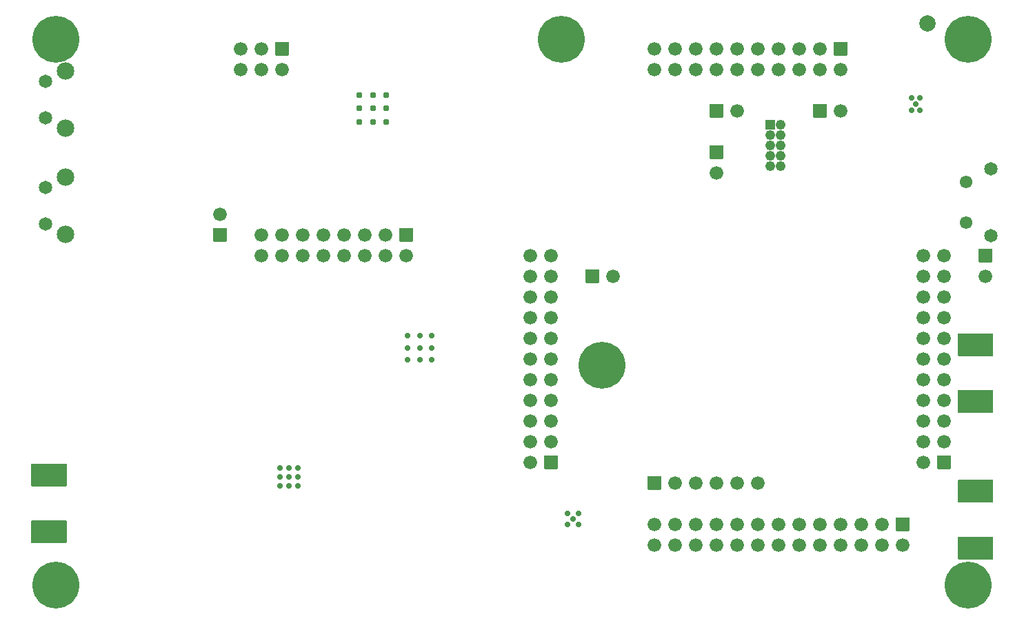
<source format=gbs>
G04 #@! TF.GenerationSoftware,KiCad,Pcbnew,5.1.9*
G04 #@! TF.CreationDate,2021-03-19T18:57:38-06:00*
G04 #@! TF.ProjectId,hackrf-one,6861636b-7266-42d6-9f6e-652e6b696361,r6*
G04 #@! TF.SameCoordinates,Original*
G04 #@! TF.FileFunction,Soldermask,Bot*
G04 #@! TF.FilePolarity,Negative*
%FSLAX46Y46*%
G04 Gerber Fmt 4.6, Leading zero omitted, Abs format (unit mm)*
G04 Created by KiCad (PCBNEW 5.1.9) date 2021-03-19 18:57:38*
%MOMM*%
%LPD*%
G01*
G04 APERTURE LIST*
%ADD10C,1.676400*%
%ADD11C,0.742240*%
%ADD12C,2.000000*%
%ADD13C,1.652400*%
%ADD14C,1.552400*%
%ADD15C,5.752400*%
%ADD16C,0.752400*%
%ADD17C,1.219200*%
%ADD18C,2.152400*%
%ADD19C,0.737400*%
%ADD20C,0.736600*%
%ADD21C,0.777240*%
G04 APERTURE END LIST*
G04 #@! TO.C,NT3*
G36*
G01*
X84892000Y-128848200D02*
X83368000Y-128848200D01*
G75*
G02*
X83291800Y-128772000I0J76200D01*
G01*
X83291800Y-127248000D01*
G75*
G02*
X83368000Y-127171800I76200J0D01*
G01*
X84892000Y-127171800D01*
G75*
G02*
X84968200Y-127248000I0J-76200D01*
G01*
X84968200Y-128772000D01*
G75*
G02*
X84892000Y-128848200I-76200J0D01*
G01*
G37*
D10*
X84130000Y-125470000D03*
G04 #@! TD*
G04 #@! TO.C,NT2*
G36*
G01*
X156951800Y-113532000D02*
X156951800Y-112008000D01*
G75*
G02*
X157028000Y-111931800I76200J0D01*
G01*
X158552000Y-111931800D01*
G75*
G02*
X158628200Y-112008000I0J-76200D01*
G01*
X158628200Y-113532000D01*
G75*
G02*
X158552000Y-113608200I-76200J0D01*
G01*
X157028000Y-113608200D01*
G75*
G02*
X156951800Y-113532000I0J76200D01*
G01*
G37*
X160330000Y-112770000D03*
G04 #@! TD*
G04 #@! TO.C,NT1*
G36*
G01*
X144251800Y-113532000D02*
X144251800Y-112008000D01*
G75*
G02*
X144328000Y-111931800I76200J0D01*
G01*
X145852000Y-111931800D01*
G75*
G02*
X145928200Y-112008000I0J-76200D01*
G01*
X145928200Y-113532000D01*
G75*
G02*
X145852000Y-113608200I-76200J0D01*
G01*
X144328000Y-113608200D01*
G75*
G02*
X144251800Y-113532000I0J76200D01*
G01*
G37*
X147630000Y-112770000D03*
G04 #@! TD*
D11*
G04 #@! TO.C,U19*
X127469200Y-162926000D03*
X126809200Y-163586000D03*
X126809200Y-162266000D03*
X128129200Y-162266000D03*
X128129200Y-163586000D03*
G04 #@! TD*
D12*
G04 #@! TO.C,MARK1MM*
X171000000Y-102000000D03*
G04 #@! TD*
D13*
G04 #@! TO.C,J1*
X178800000Y-128125000D03*
X178800000Y-119875000D03*
D14*
X175770000Y-126490000D03*
X175770000Y-121510000D03*
G04 #@! TD*
D15*
G04 #@! TO.C,J4*
X64000000Y-104000000D03*
D16*
X64000000Y-101800000D03*
X61800000Y-104000000D03*
X64000000Y-106200000D03*
X66200000Y-104000000D03*
X65550000Y-102450000D03*
X62450000Y-102450000D03*
X62450000Y-105550000D03*
X65550000Y-105550000D03*
G04 #@! TD*
D15*
G04 #@! TO.C,J5*
X64000000Y-171000000D03*
D16*
X64000000Y-168800000D03*
X61800000Y-171000000D03*
X64000000Y-173200000D03*
X66200000Y-171000000D03*
X65550000Y-169450000D03*
X62450000Y-169450000D03*
X62450000Y-172550000D03*
X65550000Y-172550000D03*
G04 #@! TD*
D15*
G04 #@! TO.C,J6*
X176000000Y-171000000D03*
D16*
X176000000Y-168800000D03*
X173800000Y-171000000D03*
X176000000Y-173200000D03*
X178200000Y-171000000D03*
X177550000Y-169450000D03*
X174450000Y-169450000D03*
X174450000Y-172550000D03*
X177550000Y-172550000D03*
G04 #@! TD*
D15*
G04 #@! TO.C,J7*
X176000000Y-104000000D03*
D16*
X176000000Y-101800000D03*
X173800000Y-104000000D03*
X176000000Y-106200000D03*
X178200000Y-104000000D03*
X177550000Y-102450000D03*
X174450000Y-102450000D03*
X174450000Y-105550000D03*
X177550000Y-105550000D03*
G04 #@! TD*
D15*
G04 #@! TO.C,J8*
X126000000Y-104000000D03*
D16*
X126000000Y-101800000D03*
X123800000Y-104000000D03*
X126000000Y-106200000D03*
X128200000Y-104000000D03*
X127550000Y-102450000D03*
X124450000Y-102450000D03*
X124450000Y-105550000D03*
X127550000Y-105550000D03*
G04 #@! TD*
D15*
G04 #@! TO.C,J9*
X131000000Y-144000000D03*
D16*
X131000000Y-141800000D03*
X128800000Y-144000000D03*
X131000000Y-146200000D03*
X133200000Y-144000000D03*
X132550000Y-142450000D03*
X129450000Y-142450000D03*
X129450000Y-145550000D03*
X132550000Y-145550000D03*
G04 #@! TD*
G04 #@! TO.C,P2*
G36*
G01*
X179056200Y-147160000D02*
X179056200Y-149825000D01*
G75*
G02*
X178980000Y-149901200I-76200J0D01*
G01*
X174790000Y-149901200D01*
G75*
G02*
X174713800Y-149825000I0J76200D01*
G01*
X174713800Y-147160000D01*
G75*
G02*
X174790000Y-147083800I76200J0D01*
G01*
X178980000Y-147083800D01*
G75*
G02*
X179056200Y-147160000I0J-76200D01*
G01*
G37*
G36*
G01*
X179056200Y-140175000D02*
X179056200Y-142840000D01*
G75*
G02*
X178980000Y-142916200I-76200J0D01*
G01*
X174790000Y-142916200D01*
G75*
G02*
X174713800Y-142840000I0J76200D01*
G01*
X174713800Y-140175000D01*
G75*
G02*
X174790000Y-140098800I76200J0D01*
G01*
X178980000Y-140098800D01*
G75*
G02*
X179056200Y-140175000I0J-76200D01*
G01*
G37*
G04 #@! TD*
G04 #@! TO.C,P3*
G36*
G01*
X144328000Y-117011800D02*
X145852000Y-117011800D01*
G75*
G02*
X145928200Y-117088000I0J-76200D01*
G01*
X145928200Y-118612000D01*
G75*
G02*
X145852000Y-118688200I-76200J0D01*
G01*
X144328000Y-118688200D01*
G75*
G02*
X144251800Y-118612000I0J76200D01*
G01*
X144251800Y-117088000D01*
G75*
G02*
X144328000Y-117011800I76200J0D01*
G01*
G37*
D10*
X145090000Y-120390000D03*
G04 #@! TD*
G04 #@! TO.C,P4*
G36*
G01*
X60943800Y-158840000D02*
X60943800Y-156175000D01*
G75*
G02*
X61020000Y-156098800I76200J0D01*
G01*
X65210000Y-156098800D01*
G75*
G02*
X65286200Y-156175000I0J-76200D01*
G01*
X65286200Y-158840000D01*
G75*
G02*
X65210000Y-158916200I-76200J0D01*
G01*
X61020000Y-158916200D01*
G75*
G02*
X60943800Y-158840000I0J76200D01*
G01*
G37*
G36*
G01*
X60943800Y-165825000D02*
X60943800Y-163160000D01*
G75*
G02*
X61020000Y-163083800I76200J0D01*
G01*
X65210000Y-163083800D01*
G75*
G02*
X65286200Y-163160000I0J-76200D01*
G01*
X65286200Y-165825000D01*
G75*
G02*
X65210000Y-165901200I-76200J0D01*
G01*
X61020000Y-165901200D01*
G75*
G02*
X60943800Y-165825000I0J76200D01*
G01*
G37*
G04 #@! TD*
G04 #@! TO.C,P5*
G36*
G01*
X92588200Y-104388000D02*
X92588200Y-105912000D01*
G75*
G02*
X92512000Y-105988200I-76200J0D01*
G01*
X90988000Y-105988200D01*
G75*
G02*
X90911800Y-105912000I0J76200D01*
G01*
X90911800Y-104388000D01*
G75*
G02*
X90988000Y-104311800I76200J0D01*
G01*
X92512000Y-104311800D01*
G75*
G02*
X92588200Y-104388000I0J-76200D01*
G01*
G37*
X91750000Y-107690000D03*
X89210000Y-105150000D03*
X89210000Y-107690000D03*
X86670000Y-105150000D03*
X86670000Y-107690000D03*
G04 #@! TD*
G04 #@! TO.C,P9*
G36*
G01*
X107828200Y-127248000D02*
X107828200Y-128772000D01*
G75*
G02*
X107752000Y-128848200I-76200J0D01*
G01*
X106228000Y-128848200D01*
G75*
G02*
X106151800Y-128772000I0J76200D01*
G01*
X106151800Y-127248000D01*
G75*
G02*
X106228000Y-127171800I76200J0D01*
G01*
X107752000Y-127171800D01*
G75*
G02*
X107828200Y-127248000I0J-76200D01*
G01*
G37*
X106990000Y-130550000D03*
X104450000Y-128010000D03*
X104450000Y-130550000D03*
X101910000Y-128010000D03*
X101910000Y-130550000D03*
X99370000Y-128010000D03*
X99370000Y-130550000D03*
X96830000Y-128010000D03*
X96830000Y-130550000D03*
X94290000Y-128010000D03*
X94290000Y-130550000D03*
X91750000Y-128010000D03*
X91750000Y-130550000D03*
X89210000Y-128010000D03*
X89210000Y-130550000D03*
G04 #@! TD*
G04 #@! TO.C,P16*
G36*
G01*
X179056200Y-165160000D02*
X179056200Y-167825000D01*
G75*
G02*
X178980000Y-167901200I-76200J0D01*
G01*
X174790000Y-167901200D01*
G75*
G02*
X174713800Y-167825000I0J76200D01*
G01*
X174713800Y-165160000D01*
G75*
G02*
X174790000Y-165083800I76200J0D01*
G01*
X178980000Y-165083800D01*
G75*
G02*
X179056200Y-165160000I0J-76200D01*
G01*
G37*
G36*
G01*
X179056200Y-158175000D02*
X179056200Y-160840000D01*
G75*
G02*
X178980000Y-160916200I-76200J0D01*
G01*
X174790000Y-160916200D01*
G75*
G02*
X174713800Y-160840000I0J76200D01*
G01*
X174713800Y-158175000D01*
G75*
G02*
X174790000Y-158098800I76200J0D01*
G01*
X178980000Y-158098800D01*
G75*
G02*
X179056200Y-158175000I0J-76200D01*
G01*
G37*
G04 #@! TD*
G04 #@! TO.C,P20*
G36*
G01*
X173792000Y-156788200D02*
X172268000Y-156788200D01*
G75*
G02*
X172191800Y-156712000I0J76200D01*
G01*
X172191800Y-155188000D01*
G75*
G02*
X172268000Y-155111800I76200J0D01*
G01*
X173792000Y-155111800D01*
G75*
G02*
X173868200Y-155188000I0J-76200D01*
G01*
X173868200Y-156712000D01*
G75*
G02*
X173792000Y-156788200I-76200J0D01*
G01*
G37*
X170490000Y-155950000D03*
X173030000Y-153410000D03*
X170490000Y-153410000D03*
X173030000Y-150870000D03*
X170490000Y-150870000D03*
X173030000Y-148330000D03*
X170490000Y-148330000D03*
X173030000Y-145790000D03*
X170490000Y-145790000D03*
X173030000Y-143250000D03*
X170490000Y-143250000D03*
X173030000Y-140710000D03*
X170490000Y-140710000D03*
X173030000Y-138170000D03*
X170490000Y-138170000D03*
X173030000Y-135630000D03*
X170490000Y-135630000D03*
X173030000Y-133090000D03*
X170490000Y-133090000D03*
X173030000Y-130550000D03*
X170490000Y-130550000D03*
G04 #@! TD*
G04 #@! TO.C,P22*
G36*
G01*
X168788200Y-162808000D02*
X168788200Y-164332000D01*
G75*
G02*
X168712000Y-164408200I-76200J0D01*
G01*
X167188000Y-164408200D01*
G75*
G02*
X167111800Y-164332000I0J76200D01*
G01*
X167111800Y-162808000D01*
G75*
G02*
X167188000Y-162731800I76200J0D01*
G01*
X168712000Y-162731800D01*
G75*
G02*
X168788200Y-162808000I0J-76200D01*
G01*
G37*
X167950000Y-166110000D03*
X165410000Y-163570000D03*
X165410000Y-166110000D03*
X162870000Y-163570000D03*
X162870000Y-166110000D03*
X160330000Y-163570000D03*
X160330000Y-166110000D03*
X157790000Y-163570000D03*
X157790000Y-166110000D03*
X155250000Y-163570000D03*
X155250000Y-166110000D03*
X152710000Y-163570000D03*
X152710000Y-166110000D03*
X150170000Y-163570000D03*
X150170000Y-166110000D03*
X147630000Y-163570000D03*
X147630000Y-166110000D03*
X145090000Y-163570000D03*
X145090000Y-166110000D03*
X142550000Y-163570000D03*
X142550000Y-166110000D03*
X140010000Y-163570000D03*
X140010000Y-166110000D03*
X137470000Y-163570000D03*
X137470000Y-166110000D03*
G04 #@! TD*
G04 #@! TO.C,P25*
G36*
G01*
X136631800Y-159252000D02*
X136631800Y-157728000D01*
G75*
G02*
X136708000Y-157651800I76200J0D01*
G01*
X138232000Y-157651800D01*
G75*
G02*
X138308200Y-157728000I0J-76200D01*
G01*
X138308200Y-159252000D01*
G75*
G02*
X138232000Y-159328200I-76200J0D01*
G01*
X136708000Y-159328200D01*
G75*
G02*
X136631800Y-159252000I0J76200D01*
G01*
G37*
X140010000Y-158490000D03*
X142550000Y-158490000D03*
X145090000Y-158490000D03*
X147630000Y-158490000D03*
X150170000Y-158490000D03*
G04 #@! TD*
G04 #@! TO.C,P26*
G36*
G01*
X151129200Y-113857000D02*
X152196000Y-113857000D01*
G75*
G02*
X152272200Y-113933200I0J-76200D01*
G01*
X152272200Y-115000000D01*
G75*
G02*
X152196000Y-115076200I-76200J0D01*
G01*
X151129200Y-115076200D01*
G75*
G02*
X151053000Y-115000000I0J76200D01*
G01*
X151053000Y-113933200D01*
G75*
G02*
X151129200Y-113857000I76200J0D01*
G01*
G37*
D17*
X152932600Y-114466600D03*
X151662600Y-115736600D03*
X152932600Y-115736600D03*
X151662600Y-117006600D03*
X152932600Y-117006600D03*
X151662600Y-118276600D03*
X152932600Y-118276600D03*
X151662600Y-119546600D03*
X152932600Y-119546600D03*
G04 #@! TD*
G04 #@! TO.C,P28*
G36*
G01*
X125532000Y-156788200D02*
X124008000Y-156788200D01*
G75*
G02*
X123931800Y-156712000I0J76200D01*
G01*
X123931800Y-155188000D01*
G75*
G02*
X124008000Y-155111800I76200J0D01*
G01*
X125532000Y-155111800D01*
G75*
G02*
X125608200Y-155188000I0J-76200D01*
G01*
X125608200Y-156712000D01*
G75*
G02*
X125532000Y-156788200I-76200J0D01*
G01*
G37*
D10*
X122230000Y-155950000D03*
X124770000Y-153410000D03*
X122230000Y-153410000D03*
X124770000Y-150870000D03*
X122230000Y-150870000D03*
X124770000Y-148330000D03*
X122230000Y-148330000D03*
X124770000Y-145790000D03*
X122230000Y-145790000D03*
X124770000Y-143250000D03*
X122230000Y-143250000D03*
X124770000Y-140710000D03*
X122230000Y-140710000D03*
X124770000Y-138170000D03*
X122230000Y-138170000D03*
X124770000Y-135630000D03*
X122230000Y-135630000D03*
X124770000Y-133090000D03*
X122230000Y-133090000D03*
X124770000Y-130550000D03*
X122230000Y-130550000D03*
G04 #@! TD*
G04 #@! TO.C,P29*
G36*
G01*
X129011800Y-133852000D02*
X129011800Y-132328000D01*
G75*
G02*
X129088000Y-132251800I76200J0D01*
G01*
X130612000Y-132251800D01*
G75*
G02*
X130688200Y-132328000I0J-76200D01*
G01*
X130688200Y-133852000D01*
G75*
G02*
X130612000Y-133928200I-76200J0D01*
G01*
X129088000Y-133928200D01*
G75*
G02*
X129011800Y-133852000I0J76200D01*
G01*
G37*
X132390000Y-133090000D03*
G04 #@! TD*
G04 #@! TO.C,P30*
G36*
G01*
X161168200Y-104388000D02*
X161168200Y-105912000D01*
G75*
G02*
X161092000Y-105988200I-76200J0D01*
G01*
X159568000Y-105988200D01*
G75*
G02*
X159491800Y-105912000I0J76200D01*
G01*
X159491800Y-104388000D01*
G75*
G02*
X159568000Y-104311800I76200J0D01*
G01*
X161092000Y-104311800D01*
G75*
G02*
X161168200Y-104388000I0J-76200D01*
G01*
G37*
X160330000Y-107690000D03*
X157790000Y-105150000D03*
X157790000Y-107690000D03*
X155250000Y-105150000D03*
X155250000Y-107690000D03*
X152710000Y-105150000D03*
X152710000Y-107690000D03*
X150170000Y-105150000D03*
X150170000Y-107690000D03*
X147630000Y-105150000D03*
X147630000Y-107690000D03*
X145090000Y-105150000D03*
X145090000Y-107690000D03*
X142550000Y-105150000D03*
X142550000Y-107690000D03*
X140010000Y-105150000D03*
X140010000Y-107690000D03*
X137470000Y-105150000D03*
X137470000Y-107690000D03*
G04 #@! TD*
G04 #@! TO.C,P80*
G36*
G01*
X177348000Y-129711800D02*
X178872000Y-129711800D01*
G75*
G02*
X178948200Y-129788000I0J-76200D01*
G01*
X178948200Y-131312000D01*
G75*
G02*
X178872000Y-131388200I-76200J0D01*
G01*
X177348000Y-131388200D01*
G75*
G02*
X177271800Y-131312000I0J76200D01*
G01*
X177271800Y-129788000D01*
G75*
G02*
X177348000Y-129711800I76200J0D01*
G01*
G37*
X178110000Y-133090000D03*
G04 #@! TD*
D13*
G04 #@! TO.C,SW1*
X62700000Y-122150000D03*
X62700000Y-126650000D03*
D18*
X65190000Y-127905000D03*
X65190000Y-120895000D03*
G04 #@! TD*
D13*
G04 #@! TO.C,SW2*
X62700000Y-109150000D03*
X62700000Y-113650000D03*
D18*
X65190000Y-114905000D03*
X65190000Y-107895000D03*
G04 #@! TD*
D19*
G04 #@! TO.C,U21*
X169530000Y-111951200D03*
X169030000Y-112701200D03*
X170030000Y-112701200D03*
X170030000Y-111201200D03*
X169030000Y-111201200D03*
G04 #@! TD*
D11*
G04 #@! TO.C,U4*
X92620400Y-157763600D03*
X92620400Y-156663600D03*
X93720400Y-156663600D03*
X93720400Y-157763600D03*
X93720400Y-158863600D03*
X92620400Y-158863600D03*
X91520400Y-158863600D03*
X91520400Y-157763600D03*
X91520400Y-156663600D03*
G04 #@! TD*
D20*
G04 #@! TO.C,U17*
X108648500Y-141897100D03*
X108648500Y-143397100D03*
X107148500Y-143397100D03*
X107148500Y-141897100D03*
X107148500Y-140397100D03*
X108648500Y-140397100D03*
X110148500Y-140397100D03*
X110148500Y-141897100D03*
X110148500Y-143397100D03*
G04 #@! TD*
D21*
G04 #@! TO.C,U18*
X102895400Y-112461800D03*
X102895400Y-114111800D03*
X101245400Y-114111800D03*
X101245400Y-112461800D03*
X101245400Y-110811800D03*
X102895400Y-110811800D03*
X104545400Y-110811800D03*
X104545400Y-112461800D03*
X104545400Y-114111800D03*
G04 #@! TD*
M02*

</source>
